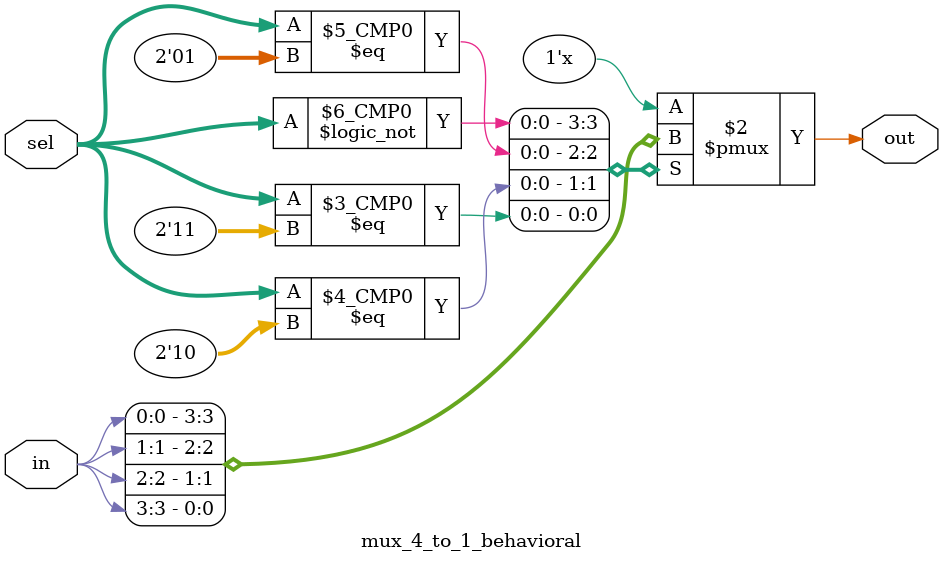
<source format=v>
module mux_4_to_1_behavioral(
    input wire [3:0] in,   // 4-bit input
    input wire [1:0] sel,  // 2-bit selection input
    output reg out         // 1-bit output (reg because it's in an always block)
);

// always block triggered on changes to in or sel
always @(*) begin
    case(sel)
        2'b00: out = in[0];
        2'b01: out = in[1];
        2'b10: out = in[2];
        2'b11: out = in[3];
        default: $display("Invalid control signals"); // default case to avoid latches
    endcase
end

endmodule
</source>
